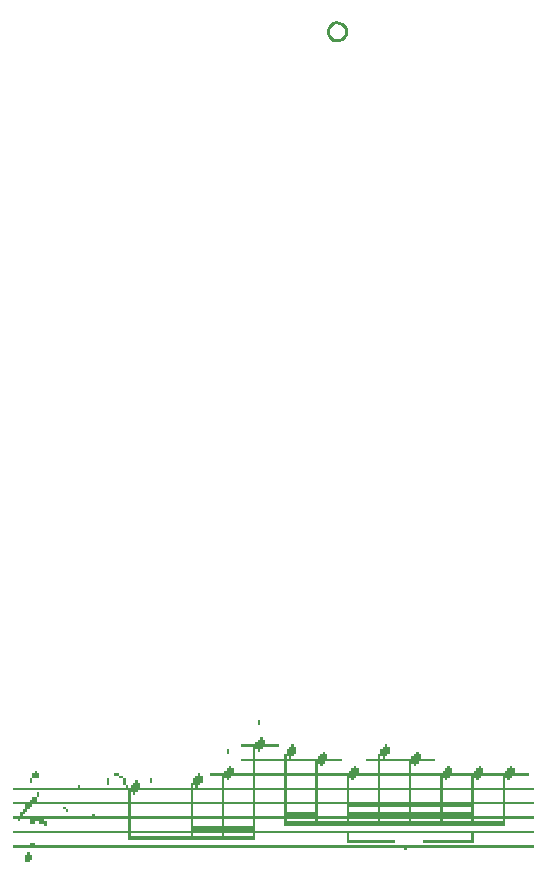
<source format=gbo>
G04*
G04 #@! TF.GenerationSoftware,Altium Limited,Altium Designer,18.1.9 (240)*
G04*
G04 Layer_Color=32896*
%FSLAX25Y25*%
%MOIN*%
G70*
G01*
G75*
%ADD10C,0.01000*%
G36*
X328400Y186500D02*
Y185700D01*
X327600D01*
Y186500D01*
Y187300D01*
X328400D01*
Y186500D01*
D02*
G37*
G36*
X318000Y176900D02*
Y176100D01*
X317200D01*
Y176900D01*
Y177700D01*
X318000D01*
Y176900D01*
D02*
G37*
G36*
X329200Y180900D02*
X330000D01*
Y180100D01*
Y179300D01*
X334800D01*
Y178500D01*
X329200D01*
Y177700D01*
X328400D01*
Y176900D01*
X327600D01*
Y177700D01*
X326800D01*
Y176900D01*
Y176100D01*
Y175300D01*
Y174500D01*
X336400D01*
Y175300D01*
Y176100D01*
X337200D01*
Y176900D01*
Y177700D01*
X338000D01*
Y178500D01*
X338800D01*
Y179300D01*
X339600D01*
Y178500D01*
X340400D01*
Y177700D01*
Y176900D01*
Y176100D01*
X339600D01*
Y175300D01*
X338800D01*
Y174500D01*
X347600D01*
Y175300D01*
X348400D01*
Y176100D01*
X349200D01*
Y176900D01*
X350000D01*
Y176100D01*
X350800D01*
Y175300D01*
Y174500D01*
X355600D01*
Y173700D01*
X350000D01*
Y172900D01*
X349200D01*
Y172100D01*
X348400D01*
Y172900D01*
X347600D01*
Y172100D01*
Y171300D01*
Y170500D01*
Y169700D01*
X358000D01*
Y170500D01*
X358800D01*
Y171300D01*
X359600D01*
Y172100D01*
X360400D01*
Y171300D01*
X361200D01*
Y170500D01*
Y169700D01*
X367600D01*
Y170500D01*
Y171300D01*
Y172100D01*
Y172900D01*
Y173700D01*
X363600D01*
Y174500D01*
X367600D01*
Y175300D01*
Y176100D01*
X368400D01*
Y176900D01*
Y177700D01*
X369200D01*
Y178500D01*
X370000D01*
Y179300D01*
X370800D01*
Y178500D01*
X371600D01*
Y177700D01*
Y176900D01*
Y176100D01*
X370800D01*
Y175300D01*
X370000D01*
Y174500D01*
X378800D01*
Y175300D01*
X379600D01*
Y176100D01*
X380400D01*
Y176900D01*
X381200D01*
Y176100D01*
X382000D01*
Y175300D01*
Y174500D01*
X386800D01*
Y173700D01*
X381200D01*
Y172900D01*
X380400D01*
Y172100D01*
X379600D01*
Y172900D01*
X378800D01*
Y172100D01*
Y171300D01*
Y170500D01*
Y169700D01*
X389200D01*
Y170500D01*
X390000D01*
Y171300D01*
X390800D01*
Y172100D01*
X391600D01*
Y171300D01*
X392400D01*
Y170500D01*
Y169700D01*
X399600D01*
Y170500D01*
X400400D01*
Y171300D01*
X401200D01*
Y172100D01*
X402000D01*
Y171300D01*
X402800D01*
Y170500D01*
Y169700D01*
X410000D01*
Y170500D01*
X410800D01*
Y171300D01*
X411600D01*
Y172100D01*
X412400D01*
Y171300D01*
X413200D01*
Y170500D01*
Y169700D01*
X418000D01*
Y168900D01*
X412400D01*
Y168100D01*
X411600D01*
Y167300D01*
X410800D01*
Y168100D01*
X410000D01*
Y167300D01*
Y166500D01*
Y165700D01*
Y164900D01*
X419600D01*
Y164100D01*
X410000D01*
Y163300D01*
Y162500D01*
Y161700D01*
Y160900D01*
Y160100D01*
X419600D01*
Y159300D01*
X410000D01*
Y158500D01*
Y157700D01*
Y156900D01*
Y156100D01*
Y155300D01*
X419600D01*
Y154500D01*
X410000D01*
Y153700D01*
Y152900D01*
Y152100D01*
X336400D01*
Y152900D01*
Y153700D01*
Y154500D01*
X326800D01*
Y153700D01*
Y152900D01*
Y152100D01*
Y151300D01*
Y150500D01*
X419600D01*
Y149700D01*
X399600D01*
Y148900D01*
Y148100D01*
Y147300D01*
Y146500D01*
X382800D01*
Y147300D01*
X398800D01*
Y148100D01*
Y148900D01*
Y149700D01*
X358000D01*
Y148900D01*
Y148100D01*
Y147300D01*
X373200D01*
Y146500D01*
X357200D01*
Y147300D01*
Y148100D01*
Y148900D01*
Y149700D01*
X326800D01*
Y148900D01*
Y148100D01*
Y147300D01*
X284400D01*
Y148100D01*
Y148900D01*
Y149700D01*
X246000D01*
Y150500D01*
X284400D01*
Y151300D01*
Y152100D01*
Y152900D01*
Y153700D01*
Y154500D01*
X256400D01*
Y153700D01*
X257200D01*
Y152900D01*
Y152100D01*
X256400D01*
Y152900D01*
X254800D01*
Y153700D01*
X253200D01*
Y152900D01*
X251600D01*
Y153700D01*
Y154500D01*
X248400D01*
Y153700D01*
X247600D01*
Y154500D01*
X246000D01*
Y155300D01*
X248400D01*
Y156100D01*
Y156900D01*
X249200D01*
Y157700D01*
X250000D01*
Y158500D01*
Y159300D01*
X246000D01*
Y160100D01*
X251600D01*
Y160900D01*
X252400D01*
Y161700D01*
X254000D01*
Y160900D01*
Y160100D01*
X284400D01*
Y160900D01*
Y161700D01*
Y162500D01*
Y163300D01*
Y164100D01*
X246000D01*
Y164900D01*
X267600D01*
Y165700D01*
X268400D01*
Y164900D01*
X283600D01*
Y165700D01*
X282800D01*
Y166500D01*
Y167300D01*
Y168100D01*
X281200D01*
Y168900D01*
X279600D01*
Y169700D01*
X281200D01*
Y168900D01*
X282800D01*
Y168100D01*
X283600D01*
Y167300D01*
Y166500D01*
Y165700D01*
X284400D01*
Y164900D01*
X285200D01*
Y165700D01*
X286000D01*
Y166500D01*
X286800D01*
Y167300D01*
X287600D01*
Y166500D01*
X288400D01*
Y165700D01*
Y164900D01*
X305200D01*
Y165700D01*
Y166500D01*
X306000D01*
Y167300D01*
Y168100D01*
X306800D01*
Y168900D01*
X307600D01*
Y169700D01*
X308400D01*
Y168900D01*
X309200D01*
Y168100D01*
Y167300D01*
Y166500D01*
X308400D01*
Y165700D01*
X307600D01*
Y164900D01*
X315600D01*
Y165700D01*
Y166500D01*
Y167300D01*
Y168100D01*
Y168900D01*
X311600D01*
Y169700D01*
X316400D01*
Y170500D01*
X317200D01*
Y171300D01*
X318000D01*
Y172100D01*
X318800D01*
Y171300D01*
X319600D01*
Y170500D01*
Y169700D01*
X326000D01*
Y170500D01*
Y171300D01*
Y172100D01*
Y172900D01*
Y173700D01*
X322000D01*
Y174500D01*
X326000D01*
Y175300D01*
Y176100D01*
Y176900D01*
Y177700D01*
Y178500D01*
X322000D01*
Y179300D01*
X326800D01*
Y180100D01*
X327600D01*
Y180900D01*
X328400D01*
Y181700D01*
X329200D01*
Y180900D01*
D02*
G37*
G36*
X254000Y169700D02*
X254800D01*
Y168900D01*
Y168100D01*
X252400D01*
Y168900D01*
Y169700D01*
X253200D01*
Y170500D01*
X254000D01*
Y169700D01*
D02*
G37*
G36*
X292400Y167300D02*
Y166500D01*
X291600D01*
Y167300D01*
Y168100D01*
X292400D01*
Y167300D01*
D02*
G37*
G36*
X252400D02*
Y166500D01*
X251600D01*
Y167300D01*
Y168100D01*
X252400D01*
Y167300D01*
D02*
G37*
G36*
X278000D02*
Y166500D01*
Y165700D01*
X277200D01*
Y166500D01*
Y167300D01*
Y168100D01*
X278000D01*
Y167300D01*
D02*
G37*
G36*
X254800Y162500D02*
Y161700D01*
X254000D01*
Y162500D01*
Y163300D01*
X254800D01*
Y162500D01*
D02*
G37*
G36*
X253200Y145700D02*
X419600D01*
Y144900D01*
X377200D01*
Y144100D01*
X376400D01*
Y144900D01*
X246000D01*
Y145700D01*
X251600D01*
Y146500D01*
X253200D01*
Y145700D01*
D02*
G37*
G36*
X251600Y142500D02*
X252400D01*
Y141700D01*
Y140900D01*
X251600D01*
Y140100D01*
X250000D01*
Y140900D01*
Y141700D01*
Y142500D01*
X250800D01*
Y143300D01*
X251600D01*
Y142500D01*
D02*
G37*
%LPC*%
G36*
X369200Y175300D02*
X368400D01*
Y174500D01*
X369200D01*
Y175300D01*
D02*
G37*
G36*
X338000D02*
X337200D01*
Y174500D01*
X338000D01*
Y175300D01*
D02*
G37*
G36*
X378000Y173700D02*
X368400D01*
Y172900D01*
Y172100D01*
Y171300D01*
Y170500D01*
Y169700D01*
X378000D01*
Y170500D01*
Y171300D01*
Y172100D01*
Y172900D01*
Y173700D01*
D02*
G37*
G36*
X346800D02*
X337200D01*
Y172900D01*
Y172100D01*
Y171300D01*
Y170500D01*
Y169700D01*
X346800D01*
Y170500D01*
Y171300D01*
Y172100D01*
Y172900D01*
Y173700D01*
D02*
G37*
G36*
X336400D02*
X326800D01*
Y172900D01*
Y172100D01*
Y171300D01*
Y170500D01*
Y169700D01*
X336400D01*
Y170500D01*
Y171300D01*
Y172100D01*
Y172900D01*
Y173700D01*
D02*
G37*
G36*
X409200Y168900D02*
X402000D01*
Y168100D01*
X401200D01*
Y167300D01*
X400400D01*
Y168100D01*
X399600D01*
Y167300D01*
Y166500D01*
Y165700D01*
Y164900D01*
X409200D01*
Y165700D01*
Y166500D01*
Y167300D01*
Y168100D01*
Y168900D01*
D02*
G37*
G36*
X398800D02*
X391600D01*
Y168100D01*
X390800D01*
Y167300D01*
X390000D01*
Y168100D01*
X389200D01*
Y167300D01*
Y166500D01*
Y165700D01*
Y164900D01*
X398800D01*
Y165700D01*
Y166500D01*
Y167300D01*
Y168100D01*
Y168900D01*
D02*
G37*
G36*
X367600D02*
X360400D01*
Y168100D01*
X359600D01*
Y167300D01*
X358800D01*
Y168100D01*
X358000D01*
Y167300D01*
Y166500D01*
Y165700D01*
Y164900D01*
X367600D01*
Y165700D01*
Y166500D01*
Y167300D01*
Y168100D01*
Y168900D01*
D02*
G37*
G36*
X326000D02*
X318800D01*
Y168100D01*
X318000D01*
Y167300D01*
X317200D01*
Y168100D01*
X316400D01*
Y167300D01*
Y166500D01*
Y165700D01*
Y164900D01*
X326000D01*
Y165700D01*
Y166500D01*
Y167300D01*
Y168100D01*
Y168900D01*
D02*
G37*
G36*
X388400D02*
X378800D01*
Y168100D01*
Y167300D01*
Y166500D01*
Y165700D01*
Y164900D01*
X388400D01*
Y165700D01*
Y166500D01*
Y167300D01*
Y168100D01*
Y168900D01*
D02*
G37*
G36*
X378000D02*
X368400D01*
Y168100D01*
Y167300D01*
Y166500D01*
Y165700D01*
Y164900D01*
X378000D01*
Y165700D01*
Y166500D01*
Y167300D01*
Y168100D01*
Y168900D01*
D02*
G37*
G36*
X357200D02*
X347600D01*
Y168100D01*
Y167300D01*
Y166500D01*
Y165700D01*
Y164900D01*
X357200D01*
Y165700D01*
Y166500D01*
Y167300D01*
Y168100D01*
Y168900D01*
D02*
G37*
G36*
X346800D02*
X337200D01*
Y168100D01*
Y167300D01*
Y166500D01*
Y165700D01*
Y164900D01*
X346800D01*
Y165700D01*
Y166500D01*
Y167300D01*
Y168100D01*
Y168900D01*
D02*
G37*
G36*
X336400D02*
X326800D01*
Y168100D01*
Y167300D01*
Y166500D01*
Y165700D01*
Y164900D01*
X336400D01*
Y165700D01*
Y166500D01*
Y167300D01*
Y168100D01*
Y168900D01*
D02*
G37*
G36*
X306800Y165700D02*
X306000D01*
Y164900D01*
X306800D01*
Y165700D01*
D02*
G37*
G36*
X305200Y164100D02*
X287600D01*
Y163300D01*
X286800D01*
Y162500D01*
X286000D01*
Y163300D01*
X285200D01*
Y162500D01*
Y161700D01*
Y160900D01*
Y160100D01*
X305200D01*
Y160900D01*
Y161700D01*
Y162500D01*
Y163300D01*
Y164100D01*
D02*
G37*
G36*
X409200D02*
X399600D01*
Y163300D01*
Y162500D01*
Y161700D01*
Y160900D01*
Y160100D01*
X409200D01*
Y160900D01*
Y161700D01*
Y162500D01*
Y163300D01*
Y164100D01*
D02*
G37*
G36*
X398800D02*
X389200D01*
Y163300D01*
Y162500D01*
Y161700D01*
Y160900D01*
Y160100D01*
X398800D01*
Y160900D01*
Y161700D01*
Y162500D01*
Y163300D01*
Y164100D01*
D02*
G37*
G36*
X388400D02*
X378800D01*
Y163300D01*
Y162500D01*
Y161700D01*
Y160900D01*
Y160100D01*
X388400D01*
Y160900D01*
Y161700D01*
Y162500D01*
Y163300D01*
Y164100D01*
D02*
G37*
G36*
X378000D02*
X368400D01*
Y163300D01*
Y162500D01*
Y161700D01*
Y160900D01*
Y160100D01*
X378000D01*
Y160900D01*
Y161700D01*
Y162500D01*
Y163300D01*
Y164100D01*
D02*
G37*
G36*
X367600D02*
X358000D01*
Y163300D01*
Y162500D01*
Y161700D01*
Y160900D01*
Y160100D01*
X367600D01*
Y160900D01*
Y161700D01*
Y162500D01*
Y163300D01*
Y164100D01*
D02*
G37*
G36*
X357200D02*
X347600D01*
Y163300D01*
Y162500D01*
Y161700D01*
Y160900D01*
Y160100D01*
X357200D01*
Y160900D01*
Y161700D01*
Y162500D01*
Y163300D01*
Y164100D01*
D02*
G37*
G36*
X346800D02*
X337200D01*
Y163300D01*
Y162500D01*
Y161700D01*
Y160900D01*
Y160100D01*
X346800D01*
Y160900D01*
Y161700D01*
Y162500D01*
Y163300D01*
Y164100D01*
D02*
G37*
G36*
X336400D02*
X326800D01*
Y163300D01*
Y162500D01*
Y161700D01*
Y160900D01*
Y160100D01*
X336400D01*
Y160900D01*
Y161700D01*
Y162500D01*
Y163300D01*
Y164100D01*
D02*
G37*
G36*
X326000D02*
X316400D01*
Y163300D01*
Y162500D01*
Y161700D01*
Y160900D01*
Y160100D01*
X326000D01*
Y160900D01*
Y161700D01*
Y162500D01*
Y163300D01*
Y164100D01*
D02*
G37*
G36*
X315600D02*
X306000D01*
Y163300D01*
Y162500D01*
Y161700D01*
Y160900D01*
Y160100D01*
X315600D01*
Y160900D01*
Y161700D01*
Y162500D01*
Y163300D01*
Y164100D01*
D02*
G37*
G36*
X398800Y158500D02*
X389200D01*
Y157700D01*
Y156900D01*
X398800D01*
Y157700D01*
Y158500D01*
D02*
G37*
G36*
X388400D02*
X378800D01*
Y157700D01*
Y156900D01*
X388400D01*
Y157700D01*
Y158500D01*
D02*
G37*
G36*
X378000D02*
X368400D01*
Y157700D01*
Y156900D01*
X378000D01*
Y157700D01*
Y158500D01*
D02*
G37*
G36*
X367600D02*
X358000D01*
Y157700D01*
Y156900D01*
X367600D01*
Y157700D01*
Y158500D01*
D02*
G37*
G36*
X346800Y159300D02*
X337200D01*
Y158500D01*
Y157700D01*
Y156900D01*
X346800D01*
Y157700D01*
Y158500D01*
Y159300D01*
D02*
G37*
G36*
X409200D02*
X399600D01*
Y158500D01*
Y157700D01*
Y156900D01*
Y156100D01*
Y155300D01*
X409200D01*
Y156100D01*
Y156900D01*
Y157700D01*
Y158500D01*
Y159300D01*
D02*
G37*
G36*
X357200D02*
X347600D01*
Y158500D01*
Y157700D01*
Y156900D01*
Y156100D01*
Y155300D01*
X357200D01*
Y156100D01*
Y156900D01*
Y157700D01*
Y158500D01*
Y159300D01*
D02*
G37*
G36*
X336400D02*
X326800D01*
Y158500D01*
Y157700D01*
Y156900D01*
Y156100D01*
Y155300D01*
X336400D01*
Y156100D01*
Y156900D01*
Y157700D01*
Y158500D01*
Y159300D01*
D02*
G37*
G36*
X326000D02*
X316400D01*
Y158500D01*
Y157700D01*
Y156900D01*
Y156100D01*
Y155300D01*
X326000D01*
Y156100D01*
Y156900D01*
Y157700D01*
Y158500D01*
Y159300D01*
D02*
G37*
G36*
X315600D02*
X306000D01*
Y158500D01*
Y157700D01*
Y156900D01*
Y156100D01*
Y155300D01*
X315600D01*
Y156100D01*
Y156900D01*
Y157700D01*
Y158500D01*
Y159300D01*
D02*
G37*
G36*
X305200D02*
X285200D01*
Y158500D01*
Y157700D01*
Y156900D01*
Y156100D01*
Y155300D01*
X305200D01*
Y156100D01*
Y156900D01*
Y157700D01*
Y158500D01*
Y159300D01*
D02*
G37*
G36*
X284400D02*
X252400D01*
Y158500D01*
X251600D01*
Y157700D01*
X250800D01*
Y156900D01*
X250000D01*
Y156100D01*
X249200D01*
Y155300D01*
X272400D01*
Y156100D01*
X273200D01*
Y155300D01*
X284400D01*
Y156100D01*
Y156900D01*
Y157700D01*
Y158500D01*
Y159300D01*
D02*
G37*
G36*
X409200Y154500D02*
X399600D01*
Y153700D01*
X409200D01*
Y154500D01*
D02*
G37*
G36*
X398800D02*
X389200D01*
Y153700D01*
X398800D01*
Y154500D01*
D02*
G37*
G36*
X388400D02*
X378800D01*
Y153700D01*
X388400D01*
Y154500D01*
D02*
G37*
G36*
X378000D02*
X368400D01*
Y153700D01*
X378000D01*
Y154500D01*
D02*
G37*
G36*
X367600D02*
X358000D01*
Y153700D01*
X367600D01*
Y154500D01*
D02*
G37*
G36*
X357200D02*
X347600D01*
Y153700D01*
X357200D01*
Y154500D01*
D02*
G37*
G36*
X346800D02*
X337200D01*
Y153700D01*
X346800D01*
Y154500D01*
D02*
G37*
G36*
X326000D02*
X316400D01*
Y153700D01*
Y152900D01*
Y152100D01*
X326000D01*
Y152900D01*
Y153700D01*
Y154500D01*
D02*
G37*
G36*
X315600D02*
X306000D01*
Y153700D01*
Y152900D01*
Y152100D01*
X315600D01*
Y152900D01*
Y153700D01*
Y154500D01*
D02*
G37*
G36*
X305200D02*
X285200D01*
Y153700D01*
Y152900D01*
Y152100D01*
Y151300D01*
Y150500D01*
X305200D01*
Y151300D01*
Y152100D01*
Y152900D01*
Y153700D01*
Y154500D01*
D02*
G37*
G36*
X326000Y149700D02*
X316400D01*
Y148900D01*
X326000D01*
Y149700D01*
D02*
G37*
G36*
X315600D02*
X306000D01*
Y148900D01*
X315600D01*
Y149700D01*
D02*
G37*
G36*
X305200D02*
X285200D01*
Y148900D01*
X305200D01*
Y149700D01*
D02*
G37*
%LPD*%
G36*
X263600Y157700D02*
X264400D01*
Y156900D01*
X263600D01*
Y157700D01*
X262800D01*
Y158500D01*
X263600D01*
Y157700D01*
D02*
G37*
D10*
X357000Y417000D02*
X356837Y417974D01*
X356367Y418843D01*
X355641Y419512D01*
X354736Y419908D01*
X353752Y419990D01*
X352795Y419747D01*
X351968Y419207D01*
X351362Y418428D01*
X351041Y417494D01*
Y416506D01*
X351362Y415572D01*
X351968Y414793D01*
X352795Y414253D01*
X353752Y414010D01*
X354736Y414092D01*
X355641Y414489D01*
X356367Y415157D01*
X356837Y416026D01*
X357000Y417000D01*
M02*

</source>
